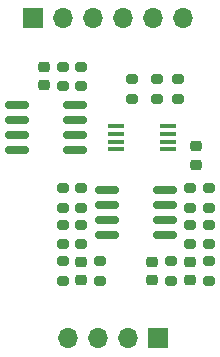
<source format=gbr>
%TF.GenerationSoftware,KiCad,Pcbnew,7.0.10-7.0.10~ubuntu22.04.1*%
%TF.CreationDate,2024-01-27T22:34:07+01:00*%
%TF.ProjectId,pmod_adc12,706d6f64-5f61-4646-9331-322e6b696361,rev?*%
%TF.SameCoordinates,Original*%
%TF.FileFunction,Soldermask,Top*%
%TF.FilePolarity,Negative*%
%FSLAX46Y46*%
G04 Gerber Fmt 4.6, Leading zero omitted, Abs format (unit mm)*
G04 Created by KiCad (PCBNEW 7.0.10-7.0.10~ubuntu22.04.1) date 2024-01-27 22:34:07*
%MOMM*%
%LPD*%
G01*
G04 APERTURE LIST*
G04 Aperture macros list*
%AMRoundRect*
0 Rectangle with rounded corners*
0 $1 Rounding radius*
0 $2 $3 $4 $5 $6 $7 $8 $9 X,Y pos of 4 corners*
0 Add a 4 corners polygon primitive as box body*
4,1,4,$2,$3,$4,$5,$6,$7,$8,$9,$2,$3,0*
0 Add four circle primitives for the rounded corners*
1,1,$1+$1,$2,$3*
1,1,$1+$1,$4,$5*
1,1,$1+$1,$6,$7*
1,1,$1+$1,$8,$9*
0 Add four rect primitives between the rounded corners*
20,1,$1+$1,$2,$3,$4,$5,0*
20,1,$1+$1,$4,$5,$6,$7,0*
20,1,$1+$1,$6,$7,$8,$9,0*
20,1,$1+$1,$8,$9,$2,$3,0*%
G04 Aperture macros list end*
%ADD10R,1.450000X0.450000*%
%ADD11RoundRect,0.150000X-0.825000X-0.150000X0.825000X-0.150000X0.825000X0.150000X-0.825000X0.150000X0*%
%ADD12RoundRect,0.200000X0.275000X-0.200000X0.275000X0.200000X-0.275000X0.200000X-0.275000X-0.200000X0*%
%ADD13RoundRect,0.200000X-0.275000X0.200000X-0.275000X-0.200000X0.275000X-0.200000X0.275000X0.200000X0*%
%ADD14R,1.700000X1.700000*%
%ADD15O,1.700000X1.700000*%
%ADD16RoundRect,0.225000X-0.250000X0.225000X-0.250000X-0.225000X0.250000X-0.225000X0.250000X0.225000X0*%
%ADD17RoundRect,0.225000X0.250000X-0.225000X0.250000X0.225000X-0.250000X0.225000X-0.250000X-0.225000X0*%
G04 APERTURE END LIST*
D10*
%TO.C,U1*%
X114800000Y-54975000D03*
X114800000Y-54325000D03*
X114800000Y-53675000D03*
X114800000Y-53025000D03*
X110400000Y-53025000D03*
X110400000Y-53675000D03*
X110400000Y-54325000D03*
X110400000Y-54975000D03*
%TD*%
D11*
%TO.C,U3*%
X106975000Y-51195000D03*
X106975000Y-52465000D03*
X106975000Y-53735000D03*
X106975000Y-55005000D03*
X102025000Y-55005000D03*
X102025000Y-53735000D03*
X102025000Y-52465000D03*
X102025000Y-51195000D03*
%TD*%
%TO.C,U2*%
X109625000Y-58395000D03*
X109625000Y-59665000D03*
X109625000Y-60935000D03*
X109625000Y-62205000D03*
X114575000Y-62205000D03*
X114575000Y-60935000D03*
X114575000Y-59665000D03*
X114575000Y-58395000D03*
%TD*%
D12*
%TO.C,R17*%
X107500000Y-47975000D03*
X107500000Y-49625000D03*
%TD*%
D13*
%TO.C,R16*%
X105900000Y-47975000D03*
X105900000Y-49625000D03*
%TD*%
D12*
%TO.C,R15*%
X115100000Y-66125000D03*
X115100000Y-64475000D03*
%TD*%
%TO.C,R14*%
X118300000Y-66125000D03*
X118300000Y-64475000D03*
%TD*%
D13*
%TO.C,R13*%
X118300000Y-58275000D03*
X118300000Y-59925000D03*
%TD*%
D12*
%TO.C,R12*%
X118300000Y-63025000D03*
X118300000Y-61375000D03*
%TD*%
%TO.C,R11*%
X116700000Y-63025000D03*
X116700000Y-61375000D03*
%TD*%
%TO.C,R10*%
X116700000Y-59925000D03*
X116700000Y-58275000D03*
%TD*%
%TO.C,R9*%
X107500000Y-59925000D03*
X107500000Y-58275000D03*
%TD*%
D13*
%TO.C,R8*%
X105900000Y-58275000D03*
X105900000Y-59925000D03*
%TD*%
D12*
%TO.C,R7*%
X105900000Y-63025000D03*
X105900000Y-61375000D03*
%TD*%
%TO.C,R6*%
X107500000Y-63025000D03*
X107500000Y-61375000D03*
%TD*%
%TO.C,R5*%
X105900000Y-66125000D03*
X105900000Y-64475000D03*
%TD*%
%TO.C,R4*%
X109100000Y-66125000D03*
X109100000Y-64475000D03*
%TD*%
D13*
%TO.C,R3*%
X113900000Y-49050000D03*
X113900000Y-50700000D03*
%TD*%
%TO.C,R2*%
X111800000Y-49050000D03*
X111800000Y-50700000D03*
%TD*%
%TO.C,R1*%
X115700000Y-49050000D03*
X115700000Y-50700000D03*
%TD*%
D14*
%TO.C,J2*%
X114000000Y-71000000D03*
D15*
X111460000Y-71000000D03*
X108920000Y-71000000D03*
X106380000Y-71000000D03*
%TD*%
D14*
%TO.C,J1*%
X103440000Y-43900000D03*
D15*
X105980000Y-43900000D03*
X108520000Y-43900000D03*
X111060000Y-43900000D03*
X113600000Y-43900000D03*
X116140000Y-43900000D03*
%TD*%
D16*
%TO.C,C5*%
X104300000Y-48025000D03*
X104300000Y-49575000D03*
%TD*%
%TO.C,C4*%
X113500000Y-66075000D03*
X113500000Y-64525000D03*
%TD*%
D17*
%TO.C,C3*%
X116700000Y-66075000D03*
X116700000Y-64525000D03*
%TD*%
%TO.C,C2*%
X107500000Y-66075000D03*
X107500000Y-64525000D03*
%TD*%
D16*
%TO.C,C1*%
X117200000Y-54725000D03*
X117200000Y-56275000D03*
%TD*%
M02*

</source>
